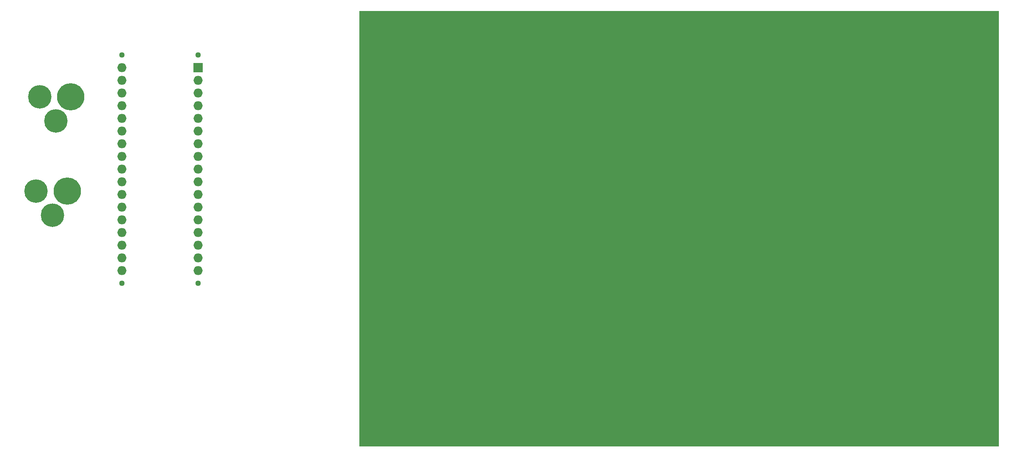
<source format=gbr>
%TF.GenerationSoftware,KiCad,Pcbnew,(5.1.6)-1*%
%TF.CreationDate,2021-11-11T13:14:54-05:00*%
%TF.ProjectId,ThermoPlate2_v1,54686572-6d6f-4506-9c61-7465325f7631,rev?*%
%TF.SameCoordinates,Original*%
%TF.FileFunction,Soldermask,Bot*%
%TF.FilePolarity,Negative*%
%FSLAX46Y46*%
G04 Gerber Fmt 4.6, Leading zero omitted, Abs format (unit mm)*
G04 Created by KiCad (PCBNEW (5.1.6)-1) date 2021-11-11 13:14:54*
%MOMM*%
%LPD*%
G01*
G04 APERTURE LIST*
%ADD10C,0.100000*%
%ADD11C,5.460000*%
%ADD12C,4.700000*%
%ADD13C,1.500000*%
%ADD14C,1.116000*%
%ADD15O,1.827200X1.827200*%
%ADD16R,1.827200X1.827200*%
G04 APERTURE END LIST*
D10*
G36*
X224400000Y-141200000D02*
G01*
X96600000Y-141200000D01*
X96600000Y-54100000D01*
X224400000Y-54100000D01*
X224400000Y-141200000D01*
G37*
X224400000Y-141200000D02*
X96600000Y-141200000D01*
X96600000Y-54100000D01*
X224400000Y-54100000D01*
X224400000Y-141200000D01*
D11*
%TO.C,J1*%
X38850000Y-71300000D03*
D12*
X32600000Y-71300000D03*
X35850000Y-76100000D03*
%TD*%
%TO.C,J2*%
X35150000Y-95000000D03*
X31900000Y-90200000D03*
D11*
X38150000Y-90200000D03*
%TD*%
D13*
%TO.C,RT1*%
X112605000Y-64393500D03*
X112605000Y-66362000D03*
%TD*%
%TO.C,RT2*%
X109305000Y-64393500D03*
X109305000Y-66362000D03*
%TD*%
%TO.C,RT3*%
X112605000Y-75262000D03*
X112605000Y-73293500D03*
%TD*%
%TO.C,RT4*%
X109305000Y-73293500D03*
X109305000Y-75262000D03*
%TD*%
%TO.C,RT5*%
X112705000Y-84362000D03*
X112705000Y-82393500D03*
%TD*%
%TO.C,RT6*%
X109305000Y-82393500D03*
X109305000Y-84362000D03*
%TD*%
%TO.C,RT7*%
X112605000Y-93362000D03*
X112605000Y-91393500D03*
%TD*%
%TO.C,RT8*%
X109305000Y-91393500D03*
X109305000Y-93362000D03*
%TD*%
%TO.C,RT9*%
X112705000Y-102362000D03*
X112705000Y-100393500D03*
%TD*%
%TO.C,RT10*%
X109405000Y-102362000D03*
X109405000Y-100393500D03*
%TD*%
%TO.C,RT11*%
X112700000Y-111362000D03*
X112700000Y-109393500D03*
%TD*%
%TO.C,RT12*%
X109305000Y-109393500D03*
X109305000Y-111362000D03*
%TD*%
%TO.C,RT13*%
X112705000Y-118293500D03*
X112705000Y-120262000D03*
%TD*%
%TO.C,RT14*%
X109305000Y-120200000D03*
X109305000Y-118231500D03*
%TD*%
%TO.C,RT15*%
X112700000Y-127331500D03*
X112700000Y-129300000D03*
%TD*%
%TO.C,RT16*%
X109405000Y-129262000D03*
X109405000Y-127293500D03*
%TD*%
%TO.C,RT17*%
X121605000Y-66362000D03*
X121605000Y-64393500D03*
%TD*%
%TO.C,RT18*%
X118205000Y-66362000D03*
X118205000Y-64393500D03*
%TD*%
%TO.C,RT19*%
X121505000Y-73493500D03*
X121505000Y-75462000D03*
%TD*%
%TO.C,RT20*%
X118405000Y-75462000D03*
X118405000Y-73493500D03*
%TD*%
%TO.C,RT21*%
X121605000Y-84462000D03*
X121605000Y-82493500D03*
%TD*%
%TO.C,RT22*%
X118605000Y-82493500D03*
X118605000Y-84462000D03*
%TD*%
%TO.C,RT23*%
X121605000Y-93362000D03*
X121605000Y-91393500D03*
%TD*%
%TO.C,RT24*%
X118505000Y-91393500D03*
X118505000Y-93362000D03*
%TD*%
%TO.C,RT25*%
X121705000Y-102362000D03*
X121705000Y-100393500D03*
%TD*%
%TO.C,RT26*%
X118505000Y-100393500D03*
X118505000Y-102362000D03*
%TD*%
%TO.C,RT27*%
X121505000Y-109393500D03*
X121505000Y-111362000D03*
%TD*%
%TO.C,RT28*%
X118405000Y-111362000D03*
X118405000Y-109393500D03*
%TD*%
%TO.C,RT29*%
X121805000Y-118193500D03*
X121805000Y-120162000D03*
%TD*%
%TO.C,RT30*%
X118505000Y-118193500D03*
X118505000Y-120162000D03*
%TD*%
%TO.C,RT31*%
X121605000Y-129262000D03*
X121605000Y-127293500D03*
%TD*%
%TO.C,RT32*%
X118405000Y-127293500D03*
X118405000Y-129262000D03*
%TD*%
%TO.C,RT33*%
X130605000Y-66362000D03*
X130605000Y-64393500D03*
%TD*%
%TO.C,RT34*%
X127305000Y-64393500D03*
X127305000Y-66362000D03*
%TD*%
%TO.C,RT35*%
X130605000Y-75462000D03*
X130605000Y-73493500D03*
%TD*%
%TO.C,RT36*%
X127505000Y-75462000D03*
X127505000Y-73493500D03*
%TD*%
%TO.C,RT37*%
X130605000Y-82493500D03*
X130605000Y-84462000D03*
%TD*%
%TO.C,RT38*%
X127505000Y-84462000D03*
X127505000Y-82493500D03*
%TD*%
%TO.C,RT39*%
X130605000Y-93362000D03*
X130605000Y-91393500D03*
%TD*%
%TO.C,RT40*%
X127505000Y-91393500D03*
X127505000Y-93362000D03*
%TD*%
%TO.C,RT41*%
X130605000Y-100393500D03*
X130605000Y-102362000D03*
%TD*%
%TO.C,RT42*%
X127405000Y-102362000D03*
X127405000Y-100393500D03*
%TD*%
%TO.C,RT43*%
X130705000Y-111362000D03*
X130705000Y-109393500D03*
%TD*%
%TO.C,RT44*%
X127505000Y-111362000D03*
X127505000Y-109393500D03*
%TD*%
%TO.C,RT45*%
X130505000Y-118193500D03*
X130505000Y-120162000D03*
%TD*%
%TO.C,RT46*%
X127305000Y-118193500D03*
X127305000Y-120162000D03*
%TD*%
%TO.C,RT47*%
X130505000Y-129262000D03*
X130505000Y-127293500D03*
%TD*%
%TO.C,RT48*%
X127305000Y-129262000D03*
X127305000Y-127293500D03*
%TD*%
%TO.C,RT49*%
X139605000Y-64393500D03*
X139605000Y-66362000D03*
%TD*%
%TO.C,RT50*%
X136205000Y-64393500D03*
X136205000Y-66362000D03*
%TD*%
%TO.C,RT51*%
X139505000Y-75462000D03*
X139505000Y-73493500D03*
%TD*%
%TO.C,RT52*%
X136405000Y-73493500D03*
X136405000Y-75462000D03*
%TD*%
%TO.C,RT53*%
X139705000Y-84362000D03*
X139705000Y-82393500D03*
%TD*%
%TO.C,RT54*%
X136505000Y-82393500D03*
X136505000Y-84362000D03*
%TD*%
%TO.C,RT55*%
X139705000Y-93362000D03*
X139705000Y-91393500D03*
%TD*%
%TO.C,RT56*%
X136505000Y-91393500D03*
X136505000Y-93362000D03*
%TD*%
%TO.C,RT57*%
X139705000Y-100293500D03*
X139705000Y-102262000D03*
%TD*%
%TO.C,RT58*%
X136505000Y-102262000D03*
X136505000Y-100293500D03*
%TD*%
%TO.C,RT59*%
X139705000Y-109393500D03*
X139705000Y-111362000D03*
%TD*%
%TO.C,RT60*%
X136505000Y-109393500D03*
X136505000Y-111362000D03*
%TD*%
%TO.C,RT61*%
X139605000Y-120162000D03*
X139605000Y-118193500D03*
%TD*%
%TO.C,RT62*%
X136405000Y-118193500D03*
X136405000Y-120162000D03*
%TD*%
%TO.C,RT63*%
X139505000Y-129162000D03*
X139505000Y-127193500D03*
%TD*%
%TO.C,RT64*%
X136305000Y-129162000D03*
X136305000Y-127193500D03*
%TD*%
%TO.C,RT65*%
X148605000Y-66362000D03*
X148605000Y-64393500D03*
%TD*%
%TO.C,RT66*%
X145305000Y-64393500D03*
X145305000Y-66362000D03*
%TD*%
%TO.C,RT67*%
X148505000Y-75362000D03*
X148505000Y-73393500D03*
%TD*%
%TO.C,RT68*%
X145405000Y-73393500D03*
X145405000Y-75362000D03*
%TD*%
%TO.C,RT69*%
X148605000Y-84362000D03*
X148605000Y-82393500D03*
%TD*%
%TO.C,RT70*%
X145405000Y-82393500D03*
X145405000Y-84362000D03*
%TD*%
%TO.C,RT71*%
X148705000Y-93362000D03*
X148705000Y-91393500D03*
%TD*%
%TO.C,RT72*%
X145505000Y-91393500D03*
X145505000Y-93362000D03*
%TD*%
%TO.C,RT73*%
X148605000Y-100293500D03*
X148605000Y-102262000D03*
%TD*%
%TO.C,RT74*%
X145405000Y-100293500D03*
X145405000Y-102262000D03*
%TD*%
%TO.C,RT75*%
X148705000Y-111362000D03*
X148705000Y-109393500D03*
%TD*%
%TO.C,RT76*%
X145505000Y-109393500D03*
X145505000Y-111362000D03*
%TD*%
%TO.C,RT77*%
X148505000Y-120162000D03*
X148505000Y-118193500D03*
%TD*%
%TO.C,RT78*%
X145305000Y-118193500D03*
X145305000Y-120162000D03*
%TD*%
%TO.C,RT79*%
X148605000Y-129162000D03*
X148605000Y-127193500D03*
%TD*%
%TO.C,RT80*%
X145405000Y-129162000D03*
X145405000Y-127193500D03*
%TD*%
%TO.C,RT81*%
X157605000Y-66362000D03*
X157605000Y-64393500D03*
%TD*%
%TO.C,RT82*%
X154205000Y-66362000D03*
X154205000Y-64393500D03*
%TD*%
%TO.C,RT83*%
X157505000Y-73393500D03*
X157505000Y-75362000D03*
%TD*%
%TO.C,RT84*%
X154405000Y-73393500D03*
X154405000Y-75362000D03*
%TD*%
%TO.C,RT85*%
X157705000Y-82393500D03*
X157705000Y-84362000D03*
%TD*%
%TO.C,RT86*%
X154505000Y-84362000D03*
X154505000Y-82393500D03*
%TD*%
%TO.C,RT87*%
X157605000Y-91393500D03*
X157605000Y-93362000D03*
%TD*%
%TO.C,RT88*%
X154405000Y-93362000D03*
X154405000Y-91393500D03*
%TD*%
%TO.C,RT89*%
X157705000Y-100293500D03*
X157705000Y-102262000D03*
%TD*%
%TO.C,RT90*%
X154505000Y-100293500D03*
X154505000Y-102262000D03*
%TD*%
%TO.C,RT91*%
X157705000Y-111462000D03*
X157705000Y-109493500D03*
%TD*%
%TO.C,RT92*%
X154505000Y-111462000D03*
X154505000Y-109493500D03*
%TD*%
%TO.C,RT93*%
X157605000Y-118193500D03*
X157605000Y-120162000D03*
%TD*%
%TO.C,RT94*%
X154405000Y-120162000D03*
X154405000Y-118193500D03*
%TD*%
%TO.C,RT95*%
X157605000Y-129162000D03*
X157605000Y-127193500D03*
%TD*%
%TO.C,RT96*%
X154405000Y-127193500D03*
X154405000Y-129162000D03*
%TD*%
%TO.C,RT97*%
X166605000Y-64293500D03*
X166605000Y-66262000D03*
%TD*%
%TO.C,RT98*%
X163105000Y-66262000D03*
X163105000Y-64293500D03*
%TD*%
%TO.C,RT99*%
X166705000Y-73393500D03*
X166705000Y-75362000D03*
%TD*%
%TO.C,RT100*%
X163505000Y-75362000D03*
X163505000Y-73393500D03*
%TD*%
%TO.C,RT101*%
X166605000Y-82393500D03*
X166605000Y-84362000D03*
%TD*%
%TO.C,RT102*%
X163405000Y-82393500D03*
X163405000Y-84362000D03*
%TD*%
%TO.C,RT103*%
X166605000Y-93362000D03*
X166605000Y-91393500D03*
%TD*%
%TO.C,RT104*%
X163405000Y-91393500D03*
X163405000Y-93362000D03*
%TD*%
%TO.C,RT105*%
X166605000Y-102262000D03*
X166605000Y-100293500D03*
%TD*%
%TO.C,RT106*%
X163405000Y-100293500D03*
X163405000Y-102262000D03*
%TD*%
%TO.C,RT107*%
X166705000Y-109493500D03*
X166705000Y-111462000D03*
%TD*%
%TO.C,RT108*%
X163505000Y-109493500D03*
X163505000Y-111462000D03*
%TD*%
%TO.C,RT109*%
X166505000Y-120162000D03*
X166505000Y-118193500D03*
%TD*%
%TO.C,RT110*%
X163305000Y-120162000D03*
X163305000Y-118193500D03*
%TD*%
%TO.C,RT111*%
X166605000Y-127193500D03*
X166605000Y-129162000D03*
%TD*%
%TO.C,RT112*%
X163405000Y-127193500D03*
X163405000Y-129162000D03*
%TD*%
%TO.C,RT113*%
X175605000Y-64293500D03*
X175605000Y-66262000D03*
%TD*%
%TO.C,RT114*%
X172205000Y-66262000D03*
X172205000Y-64293500D03*
%TD*%
%TO.C,RT115*%
X175605000Y-73393500D03*
X175605000Y-75362000D03*
%TD*%
%TO.C,RT116*%
X172405000Y-75362000D03*
X172405000Y-73393500D03*
%TD*%
%TO.C,RT117*%
X175705000Y-82393500D03*
X175705000Y-84362000D03*
%TD*%
%TO.C,RT118*%
X172505000Y-84362000D03*
X172505000Y-82393500D03*
%TD*%
%TO.C,RT119*%
X175705000Y-91393500D03*
X175705000Y-93362000D03*
%TD*%
%TO.C,RT120*%
X172505000Y-93362000D03*
X172505000Y-91393500D03*
%TD*%
%TO.C,RT121*%
X175605000Y-102262000D03*
X175605000Y-100293500D03*
%TD*%
%TO.C,RT122*%
X172405000Y-100293500D03*
X172405000Y-102262000D03*
%TD*%
%TO.C,RT123*%
X175705000Y-109493500D03*
X175705000Y-111462000D03*
%TD*%
%TO.C,RT124*%
X172505000Y-109493500D03*
X172505000Y-111462000D03*
%TD*%
%TO.C,RT125*%
X175805000Y-120162000D03*
X175805000Y-118193500D03*
%TD*%
%TO.C,RT126*%
X172605000Y-118193500D03*
X172605000Y-120162000D03*
%TD*%
%TO.C,RT127*%
X175505000Y-129162000D03*
X175505000Y-127193500D03*
%TD*%
%TO.C,RT128*%
X172305000Y-129162000D03*
X172305000Y-127193500D03*
%TD*%
%TO.C,RT129*%
X184605000Y-64293500D03*
X184605000Y-66262000D03*
%TD*%
%TO.C,RT130*%
X181305000Y-64293500D03*
X181305000Y-66262000D03*
%TD*%
%TO.C,RT131*%
X184505000Y-75262000D03*
X184505000Y-73293500D03*
%TD*%
%TO.C,RT132*%
X181305000Y-75262000D03*
X181305000Y-73293500D03*
%TD*%
%TO.C,RT133*%
X184705000Y-82393500D03*
X184705000Y-84362000D03*
%TD*%
%TO.C,RT134*%
X181505000Y-84362000D03*
X181505000Y-82393500D03*
%TD*%
%TO.C,RT135*%
X184605000Y-91393500D03*
X184605000Y-93362000D03*
%TD*%
%TO.C,RT136*%
X181405000Y-93368500D03*
X181405000Y-91400000D03*
%TD*%
%TO.C,RT137*%
X184605000Y-102262000D03*
X184605000Y-100293500D03*
%TD*%
%TO.C,RT138*%
X181405000Y-102262000D03*
X181405000Y-100293500D03*
%TD*%
%TO.C,RT139*%
X184705000Y-109493500D03*
X184705000Y-111462000D03*
%TD*%
%TO.C,RT140*%
X181505000Y-111462000D03*
X181505000Y-109493500D03*
%TD*%
%TO.C,RT141*%
X184505000Y-118193500D03*
X184505000Y-120162000D03*
%TD*%
%TO.C,RT142*%
X181305000Y-118193500D03*
X181305000Y-120162000D03*
%TD*%
%TO.C,RT143*%
X184605000Y-129162000D03*
X184605000Y-127193500D03*
%TD*%
%TO.C,RT144*%
X181405000Y-129162000D03*
X181405000Y-127193500D03*
%TD*%
%TO.C,RT145*%
X193605000Y-64293500D03*
X193605000Y-66262000D03*
%TD*%
%TO.C,RT146*%
X190205000Y-64293500D03*
X190205000Y-66262000D03*
%TD*%
%TO.C,RT147*%
X193405000Y-73293500D03*
X193405000Y-75262000D03*
%TD*%
%TO.C,RT148*%
X190205000Y-75262000D03*
X190205000Y-73293500D03*
%TD*%
%TO.C,RT149*%
X193705000Y-84362000D03*
X193705000Y-82393500D03*
%TD*%
%TO.C,RT150*%
X190505000Y-82393500D03*
X190505000Y-84362000D03*
%TD*%
%TO.C,RT151*%
X193705000Y-93362000D03*
X193705000Y-91393500D03*
%TD*%
%TO.C,RT152*%
X190505000Y-91393500D03*
X190505000Y-93362000D03*
%TD*%
%TO.C,RT153*%
X193705000Y-100293500D03*
X193705000Y-102262000D03*
%TD*%
%TO.C,RT154*%
X190505000Y-102262000D03*
X190505000Y-100293500D03*
%TD*%
%TO.C,RT155*%
X193705000Y-109493500D03*
X193705000Y-111462000D03*
%TD*%
%TO.C,RT156*%
X190505000Y-109493500D03*
X190505000Y-111462000D03*
%TD*%
%TO.C,RT157*%
X193705000Y-120162000D03*
X193705000Y-118193500D03*
%TD*%
%TO.C,RT158*%
X190505000Y-118193500D03*
X190505000Y-120162000D03*
%TD*%
%TO.C,RT159*%
X193605000Y-129162000D03*
X193605000Y-127193500D03*
%TD*%
%TO.C,RT160*%
X190405000Y-129162000D03*
X190405000Y-127193500D03*
%TD*%
%TO.C,RT161*%
X202505000Y-66262000D03*
X202505000Y-64293500D03*
%TD*%
%TO.C,RT162*%
X199305000Y-64293500D03*
X199305000Y-66262000D03*
%TD*%
%TO.C,RT163*%
X202505000Y-75362000D03*
X202505000Y-73393500D03*
%TD*%
%TO.C,RT164*%
X199205000Y-75362000D03*
X199205000Y-73393500D03*
%TD*%
%TO.C,RT165*%
X202605000Y-84362000D03*
X202605000Y-82393500D03*
%TD*%
%TO.C,RT166*%
X199405000Y-82393500D03*
X199405000Y-84362000D03*
%TD*%
%TO.C,RT167*%
X202605000Y-93362000D03*
X202605000Y-91393500D03*
%TD*%
%TO.C,RT168*%
X199405000Y-91393500D03*
X199405000Y-93362000D03*
%TD*%
%TO.C,RT169*%
X202705000Y-100293500D03*
X202705000Y-102262000D03*
%TD*%
%TO.C,RT170*%
X199505000Y-100293500D03*
X199505000Y-102262000D03*
%TD*%
%TO.C,RT171*%
X202705000Y-111462000D03*
X202705000Y-109493500D03*
%TD*%
%TO.C,RT172*%
X199505000Y-111462000D03*
X199505000Y-109493500D03*
%TD*%
%TO.C,RT173*%
X202505000Y-118193500D03*
X202505000Y-120162000D03*
%TD*%
%TO.C,RT174*%
X199305000Y-120162000D03*
X199305000Y-118193500D03*
%TD*%
%TO.C,RT175*%
X202605000Y-129162000D03*
X202605000Y-127193500D03*
%TD*%
%TO.C,RT176*%
X199405000Y-127193500D03*
X199405000Y-129162000D03*
%TD*%
%TO.C,RT177*%
X211405000Y-66262000D03*
X211405000Y-64293500D03*
%TD*%
%TO.C,RT178*%
X208205000Y-66262000D03*
X208205000Y-64293500D03*
%TD*%
%TO.C,RT179*%
X211405000Y-73393500D03*
X211405000Y-75362000D03*
%TD*%
%TO.C,RT180*%
X208205000Y-73393500D03*
X208205000Y-75362000D03*
%TD*%
%TO.C,RT181*%
X211605000Y-84362000D03*
X211605000Y-82393500D03*
%TD*%
%TO.C,RT182*%
X208405000Y-82393500D03*
X208405000Y-84362000D03*
%TD*%
%TO.C,RT183*%
X211705000Y-93362000D03*
X211705000Y-91393500D03*
%TD*%
%TO.C,RT184*%
X208505000Y-91393500D03*
X208505000Y-93362000D03*
%TD*%
%TO.C,RT185*%
X211705000Y-100293500D03*
X211705000Y-102262000D03*
%TD*%
%TO.C,RT186*%
X208505000Y-102262000D03*
X208505000Y-100293500D03*
%TD*%
%TO.C,RT187*%
X211705000Y-111462000D03*
X211705000Y-109493500D03*
%TD*%
%TO.C,RT188*%
X208505000Y-109493500D03*
X208505000Y-111462000D03*
%TD*%
%TO.C,RT189*%
X211705000Y-120162000D03*
X211705000Y-118193500D03*
%TD*%
%TO.C,RT190*%
X208505000Y-118193500D03*
X208505000Y-120162000D03*
%TD*%
%TO.C,RT191*%
X211505000Y-127193500D03*
X211505000Y-129162000D03*
%TD*%
%TO.C,RT192*%
X208305000Y-129162000D03*
X208305000Y-127193500D03*
%TD*%
D14*
%TO.C,XA1*%
X64320000Y-62900000D03*
X64320000Y-108620000D03*
X49080000Y-62900000D03*
D15*
X49080000Y-83220000D03*
X64320000Y-75600000D03*
D16*
X64320000Y-65440000D03*
D15*
X49080000Y-65440000D03*
X49080000Y-98460000D03*
X49080000Y-70520000D03*
X64320000Y-78140000D03*
X49080000Y-73060000D03*
X49080000Y-78140000D03*
X49080000Y-103540000D03*
X49080000Y-75600000D03*
X64320000Y-67980000D03*
X64320000Y-73060000D03*
X64320000Y-70520000D03*
X64320000Y-80680000D03*
X64320000Y-83220000D03*
X64320000Y-85760000D03*
X64320000Y-88300000D03*
X64320000Y-90840000D03*
X64320000Y-93380000D03*
X64320000Y-95920000D03*
X64320000Y-98460000D03*
X64320000Y-101000000D03*
D14*
X49080000Y-108620000D03*
D15*
X49080000Y-101000000D03*
X49080000Y-106080000D03*
X64320000Y-106080000D03*
X64320000Y-103540000D03*
X49080000Y-80680000D03*
X49080000Y-95920000D03*
X49080000Y-93380000D03*
X49080000Y-90840000D03*
X49080000Y-88300000D03*
X49080000Y-85760000D03*
X49080000Y-67980000D03*
%TD*%
M02*

</source>
